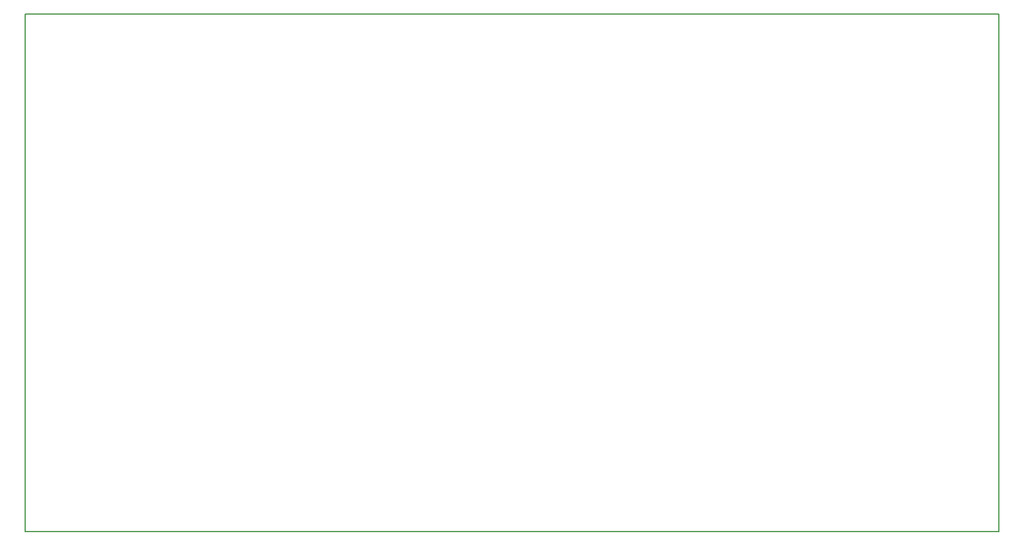
<source format=gbr>
%FSLAX34Y34*%
%MOMM*%
%LNOUTLINE*%
G71*
G01*
%ADD10C, 0.20*%
%LPD*%
G54D10*
X44450Y-57150D02*
X44450Y-800100D01*
X1454150Y-800100D01*
X1454150Y-50800D01*
X44450Y-50800D01*
X44450Y-57150D01*
M02*

</source>
